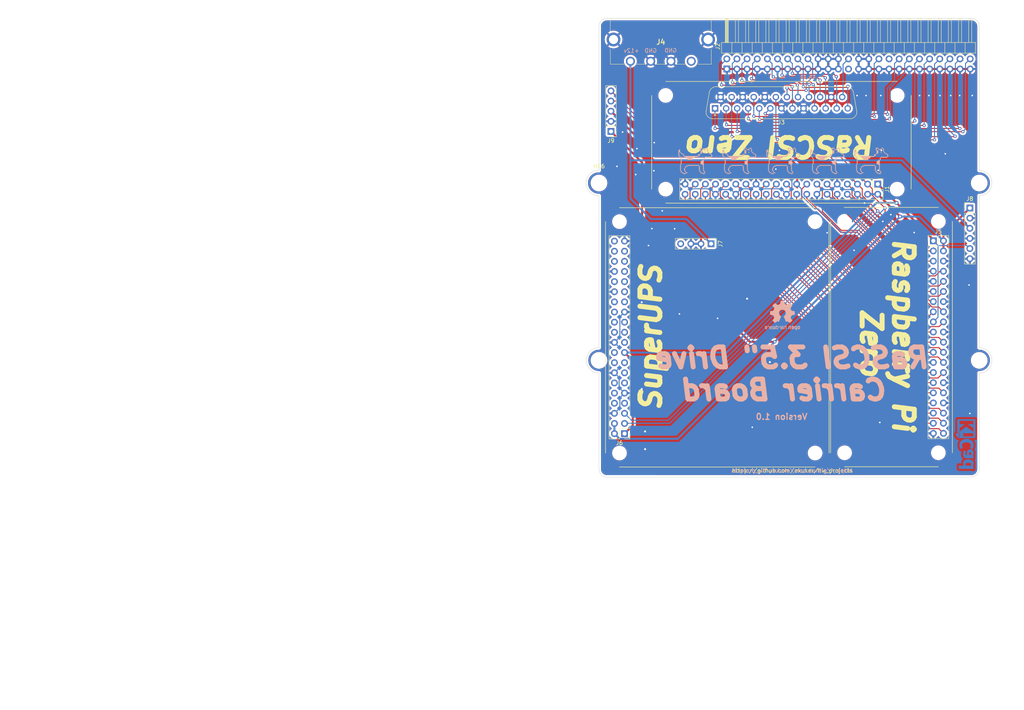
<source format=kicad_pcb>
(kicad_pcb (version 20211014) (generator pcbnew)
  (layers (0 "F.Cu" signal) (31 "B.Cu" signal) (34 "B.Paste" user) (35 "F.Paste" user) (36 "B.SilkS" user "B.Silkscreen") (37 "F.SilkS" user "F.Silkscreen") (38 "B.Mask" user) (39 "F.Mask" user) (44 "Edge.Cuts" user))
  (net 0 "")
  (net 1 "+3V3")
  (net 2 "+5V")
  (net 3 "GPIO02")
  (net 4 "GPIO03")
  (net 5 "GND")
  (net 6 "GPIO04")
  (net 7 "GPIO14")
  (net 8 "GPIO15")
  (net 9 "GPIO17")
  (net 10 "GPIO18")
  (net 11 "GPIO27")
  (net 12 "GPIO22")
  (net 13 "GPIO23")
  (net 14 "GPIO24")
  (net 15 "GPIO10")
  (net 16 "GPIO09")
  (net 17 "GPIO25")
  (net 18 "GPIO11")
  (net 19 "GPIO08")
  (net 20 "GPIO07")
  (net 21 "ID_SD")
  (net 22 "ID_SC")
  (net 23 "GPIO05")
  (net 24 "GPIO06")
  (net 25 "GPIO12")
  (net 26 "GPIO13")
  (net 27 "GPIO19")
  (net 28 "GPIO16")
  (net 29 "GPIO26")
  (net 30 "GPIO20")
  (net 31 "GPIO21")
  (net 32 "+12V")
  (net 33 "SCSI_D0")
  (net 34 "SCSI_D1")
  (net 35 "SCSI_D2")
  (net 36 "SCSI_D3")
  (net 37 "SCSI_D4")
  (net 38 "SCSI_D5")
  (net 39 "SCSI_D6")
  (net 40 "SCSI_D7")
  (net 41 "SCSI_DP")
  (net 42 "TPWR")
  (net 43 "SCSI_ATN")
  (net 44 "SCSI_BSY")
  (net 45 "SCSI_ACK")
  (net 46 "SCSI_RST")
  (net 47 "SCSI_MSG")
  (net 48 "SCSI_SEL")
  (net 49 "SCSI_CD")
  (net 50 "SCSI_REQ")
  (net 51 "SCSI_IO")
  (footprint "MountingHole:MountingHole_2.7mm_M2.5" (layer "F.Cu") (at 226.02 131.8 180)
    (fp_text reference "H6" hide)
    (fp_text value "MountingHole")
  )
  (footprint "MountingHole:MountingHole_2.7mm_M2.5" (layer "F.Cu") (at 169.635 131.865 -90)
    (fp_text reference "H12" hide)
    (fp_text value "MountingHole")
  )
  (footprint "Connector_PinHeader_2.54mm:PinHeader_2x20_P2.54mm_Vertical" (layer "F.Cu") (at 234.33 64.45 -90)
    (fp_text reference "J1")
    (fp_text value "Rascsi 40 Pin")
  )
  (footprint "MountingHole:MountingHole_3.2mm_M3" (layer "F.Cu") (at 164.5 108.63)
    (fp_text reference "H15" hide)
    (fp_text value "Drive Mounting Hole")
  )
  (footprint "MountingHole:MountingHole_2.7mm_M2.5" (layer "F.Cu") (at 249.52 131.8 180)
    (fp_text reference "H5" hide)
    (fp_text value "MountingHole")
  )
  (footprint "Connector_PinHeader_2.54mm:PinHeader_1x06_P2.54mm_Vertical" (layer "F.Cu") (at 257.4 70.45)
    (fp_text reference "J8")
    (fp_text value "Power Test Connectors")
  )
  (footprint "MountingHole:MountingHole_2.7mm_M2.5" (layer "F.Cu") (at 169.635 73.865 -90)
    (fp_text reference "H10" hide)
    (fp_text value "MountingHole")
  )
  (footprint "SamacSys_Parts:1748041" (layer "F.Cu") (at 172.37 33.65 180)
    (fp_text reference "J4")
    (fp_text value "External Power" hide)
  )
  (footprint "MountingHole:MountingHole_3.2mm_M3" (layer "F.Cu") (at 259.75 108.63)
    (fp_text reference "H13" hide)
    (fp_text value "Drive Mounting Hole")
  )
  (footprint "MountingHole:MountingHole_3.2mm_M3" (layer "F.Cu") (at 164.5 64.18)
    (fp_text reference "H16")
    (fp_text value "Drive Mounting Hole")
  )
  (footprint "Connector_PinHeader_2.54mm:PinHeader_2x20_P2.54mm_Vertical" (layer "F.Cu") (at 170.905 126.995 180)
    (fp_text reference "J6")
    (fp_text value "SuperUPS Pi Connector")
  )
  (footprint "Connector_PinHeader_2.54mm:PinHeader_1x05_P2.54mm_Vertical" (layer "F.Cu") (at 167.5 51.25 180)
    (fp_text reference "J9")
    (fp_text value "RaSCSI I2C Connector")
  )
  (footprint "MountingHole:MountingHole_2.7mm_M2.5" (layer "F.Cu") (at 181.2 65.72 180)
    (fp_text reference "H2" hide)
    (fp_text value "MountingHole")
  )
  (footprint "MountingHole:MountingHole_2.7mm_M2.5" (layer "F.Cu") (at 239.2 65.72 180)
    (fp_text reference "H1" hide)
    (fp_text value "MountingHole")
  )
  (footprint "MountingHole:MountingHole_2.7mm_M2.5" (layer "F.Cu") (at 249.52 73.8 180)
    (fp_text reference "H7" hide)
    (fp_text value "MountingHole")
  )
  (footprint "Connector_PinHeader_2.54mm:PinHeader_2x25_P2.54mm_Horizontal" (layer "F.Cu") (at 196.525 35.6 90)
    (fp_text reference "J2")
    (fp_text value "SCSI Connector")
  )
  (footprint "Connector_PinHeader_2.54mm:PinHeader_2x20_P2.54mm_Vertical" (layer "F.Cu") (at 248.25 78.67)
    (fp_text reference "J5")
    (fp_text value "Pi Connector")
  )
  (footprint "MountingHole:MountingHole_2.7mm_M2.5" (layer "F.Cu") (at 218.635 73.865 -90)
    (fp_text reference "H11" hide)
    (fp_text value "MountingHole")
  )
  (footprint "MountingHole:MountingHole_3.2mm_M3" (layer "F.Cu") (at 259.75 64.18)
    (fp_text reference "H14" hide)
    (fp_text value "Drive Mounting Hole")
  )
  (footprint "MountingHole:MountingHole_2.7mm_M2.5" (layer "F.Cu") (at 239.2 42.22 180)
    (fp_text reference "H3" hide)
    (fp_text value "MountingHole")
  )
  (footprint "MountingHole:MountingHole_2.7mm_M2.5" (layer "F.Cu") (at 226.02 73.8 180)
    (fp_text reference "H8" hide)
    (fp_text value "MountingHole")
  )
  (footprint "Connector_Dsub:DSUB-25_Female_Vertical_P2.77x2.84mm" (layer "F.Cu") (at 193.57368 45.4688 180)
    (fp_text reference "J3")
    (fp_text value "SCSI Connector")
  )
  (footprint "MountingHole:MountingHole_2.7mm_M2.5" (layer "F.Cu") (at 218.635 131.865 -90)
    (fp_text reference "H9" hide)
    (fp_text value "MountingHole")
  )
  (footprint "MountingHole:MountingHole_2.7mm_M2.5" (layer "F.Cu") (at 181.2 42.22 180)
    (fp_text reference "H4" hide)
    (fp_text value "MountingHole")
  )
  (footprint "Connector_PinHeader_2.54mm:PinHeader_1x04_P2.54mm_Vertical" (layer "F.Cu") (at 192.585 79.405 -90)
    (fp_text reference "J7")
    (fp_text value "SuperUPS Power")
  )
  (footprint "SamacSys_Parts:dogcow" (layer "B.Cu") (at 210.65 58.65 180)
    (fp_text reference "G***" hide)
    (fp_text value "LOGO" hide)
  )
  (footprint "SamacSys_Parts:dogcow" (layer "B.Cu") (at 221.675 58.65 180)
    (fp_text reference "G***" hide)
    (fp_text value "LOGO" hide)
  )
  (footprint "Symbol:OSHW-Logo2_9.8x8mm_SilkScreen" (layer "B.Cu") (at 210.45 97.4 180)
    (fp_text reference "REF**" hide)
    (fp_text value "OSHW-Logo2_9.8x8mm_SilkScreen" hide)
  )
  (footprint "SamacSys_Parts:dogcow" (layer "B.Cu") (at 232.7 58.65 180)
    (fp_text reference "G***" hide)
    (fp_text value "LOGO" hide)
  )
  (footprint "Symbol:KiCad-Logo_5mm_Copper" (layer "B.Cu") (at 256.85 129.65 -90)
    (fp_text reference "REF**" hide)
    (fp_text value "KiCad-Logo_5mm_Copper" hide)
  )
  (footprint "SamacSys_Parts:dogcow" (layer "B.Cu") (at 188.6 58.65 180)
    (fp_text reference "G***" hide)
    (fp_text value "LOGO" hide)
  )
  (footprint "SamacSys_Parts:dogcow" (layer "B.Cu") (at 199.625 58.65 180)
    (fp_text reference "G***" hide)
    (fp_text value "LOGO" hide)
  )
  (gr_line locked (start 222.135 73.865) (end 222.135 131.865) (layer "F.SilkS") (width 0.15))
  (gr_line (start 239.2 69.22) (end 181.2 69.22) (layer "F.SilkS") (width 0.15))
  (gr_line (start 225.87 70.3) (end 225.87 70.3) (layer "F.SilkS") (width 0.15))
  (gr_line (start 177.7 65.72) (end 177.7 42.22) (layer "F.SilkS") (width 0.15))
  (gr_line (start 222.52 73.8) (end 222.52 131.8) (layer "F.SilkS") (width 0.15))
  (gr_line locked (start 166.135 131.865) (end 166.135 73.865) (layer "F.SilkS") (width 0.15))
  (gr_line locked (start 169.635 70.365) (end 218.635 70.365) (layer "F.SilkS") (width 0.15))
  (gr_line (start 253.02 73.8) (end 253.02 131.8) (layer "F.SilkS") (width 0.15))
  (gr_line (start 242.7 42.22) (end 242.7 65.72) (layer "F.SilkS") (width 0.15))
  (gr_line (start 249.52 70.3) (end 226.02 70.3) (layer "F.SilkS") (width 0.15))
  (gr_line (start 226.02 135.3) (end 249.52 135.3) (layer "F.SilkS") (width 0.15))
  (gr_line (start 181.2 38.72) (end 239.2 38.72) (layer "F.SilkS") (width 0.15))
  (gr_line locked (start 218.635 135.365) (end 169.635 135.365) (layer "F.SilkS") (width 0.15))
  (gr_arc locked (start 164.5 111.81) (mid 161.32 108.63) (end 164.5 105.45) (layer "Edge.Cuts") (width 0.1))
  (gr_line locked (start 259.75 61) (end 259.75 24.9) (layer "Edge.Cuts") (width 0.1))
  (gr_line locked (start 164.5 111.81) (end 164.5 135.9) (layer "Edge.Cuts") (width 0.1))
  (gr_line locked (start 164.5 24.9) (end 164.5 61) (layer "Edge.Cuts") (width 0.1))
  (gr_arc locked (start 257.75 22.9) (mid 259.164214 23.485786) (end 259.75 24.9) (layer "Edge.Cuts") (width 0.1))
  (gr_arc locked (start 259.75 105.45) (mid 262.93 108.63) (end 259.75 111.81) (layer "Edge.Cuts") (width 0.1))
  (gr_line locked (start 166.5 137.9) (end 257.75 137.9) (layer "Edge.Cuts") (width 0.1))
  (gr_line locked (start 164.5 67.36) (end 164.5 105.45) (layer "Edge.Cuts") (width 0.1))
  (gr_line locked (start 259.75 135.9) (end 259.75 111.81) (layer "Edge.Cuts") (width 0.1))
  (gr_arc locked (start 166.5 137.9) (mid 165.085786 137.314214) (end 164.5 135.9) (layer "Edge.Cuts") (width 0.1))
  (gr_arc locked (start 259.75 135.9) (mid 259.164214 137.314214) (end 257.75 137.9) (layer "Edge.Cuts") (width 0.1))
  (gr_arc locked (start 164.5 67.36) (mid 161.241332 64.18) (end 164.5 61) (layer "Edge.Cuts") (width 0.1))
  (gr_line locked (start 259.75 105.45) (end 259.75 67.36) (layer "Edge.Cuts") (width 0.1))
  (gr_line locked (start 257.75 22.9) (end 166.5 22.9) (layer "Edge.Cuts") (width 0.1))
  (gr_arc locked (start 164.5 24.9) (mid 165.085786 23.485786) (end 166.5 22.9) (layer "Edge.Cuts") (width 0.1))
  (gr_arc locked (start 259.75 61) (mid 262.93 64.18) (end 259.75 67.36) (layer "Edge.Cuts") (width 0.1))
  (gr_text "BAD WOLF" (at 172.65 136.4) (layer "F.Cu") (effects (font (size 1.5 1.5) (thickness 0.3))))
  (gr_text "RaSCSI 3.5{dblquote} Drive \nCarrier Board" (at 211.05 112.05) (layer "B.SilkS") (effects (font (size 5 5) (thickness 1.25) italic) (justify mirror)))
  (gr_text "Version 1.0" (at 210.25 122.75) (layer "B.SilkS") (effects (font (size 1.5 1.5) (thickness 0.3)) (justify mirror)))
  (gr_text "GND\n" (at 177.45 31) (layer "B.SilkS") (effects (font (size 1 1)) (justify mirror)))
  (gr_text "+12v" (at 172.65 31) (layer "B.SilkS") (effects (font (size 1 1)) (justify mirror)))
  (gr_text "GND\n" (at 182.45 30.95) (layer "B.SilkS") (effects (font (size 1 1)) (justify mirror)))
  (gr_text "https://github.com/akuker/hw_projects" (at 212.8 136.25) (layer "B.SilkS") (effects (font (size 1 1)) (justify mirror)))
  (gr_text "SuperUPS" (at 177.5 102.8 90) (layer "F.SilkS") (effects (font (size 5 5) (thickness 1.25) italic)))
  (gr_text "Raspberry Pi \nZero" (at 236.7 104.35 270) (layer "F.SilkS") (effects (font (size 5 5) (thickness 1.25) italic)))
  (gr_text "RaSCSI Zero" (at 209.8 55.02 180) (layer "F.SilkS") (effects (font (size 5 5) (thickness 1.25) italic)))
  (gr_text "https://github.com/akuker/hw_projects" (at 212.95 136.25) (layer "F.SilkS") (effects (font (size 1 1))))
  (segment (start 234.33 64.45) (end 239.05 69.17) (width 0.5) (layer "F.Cu") (net 1))
  (segment (start 178.7 57.37) (end 178.7 57.55) (width 0.5) (layer "F.Cu") (net 1))
  (segment (start 172.95 108.72) (end 170.905 106.675) (width 0.5) (layer "F.Cu") (net 1))
  (segment (start 239.05 69.17) (end 248.25 78.37) (width 0.5) (layer "F.Cu") (net 1))
  (segment (start 214.15 59.9) (end 214.15 65.3) (width 0.5) (layer "F.Cu") (net 1))
  (segment (start 170.905 126.995) (end 172.95 124.95) (width 0.5) (layer "F.Cu") (net 1))
  (segment (start 211.6 57.55) (end 211.7 57.45) (width 0.5) (layer "F.Cu") (net 1))
  (segment (start 172.95 124.95) (end 172.95 108.72) (width 0.5) (layer "F.Cu") (net 1))
  (segment (start 178.7 57.55) (end 211.6 57.55) (width 0.5) (layer "F.Cu") (net 1))
  (segment (start 211.7 57.45) (end 214.15 59.9) (width 0.5) (layer "F.Cu") (net 1))
  (segment (start 248.25 78.37) (end 248.25 78.67) (width 0.5) (layer "F.Cu") (net 1))
  (segment (start 167.5 46.17) (end 178.7 57.37) (width 0.5) (layer "F.Cu") (net 1))
  (via (at 239.05 69.17) (size 1) (drill 0.5) (layers "F.Cu" "B.Cu") (net 1))
  (segment (start 225.428893 76.678893) (end 226.478893 76.678893) (width 0.25) (layer "B.Cu") (net 1))
  (segment (start 249.424511 79.844511) (end 256.634511 79.844511) (width 0.25) (layer "B.Cu") (net 1))
  (segment (start 248.25 78.67) (end 249.424511 79.844511) (width 0.25) (layer "B.Cu") (net 1))
  (segment (start 219.4 70.65) (end 225.428893 76.678893) (width 0.25) (layer "B.Cu") (net 1))
  (segment (start 249.424511 97.815489) (end 249.424511 79.844511) (width 0.25) (layer "B.Cu") (net 1))
  (segment (start 248.25 98.99) (end 249.424511 97.815489) (width 0.25) (layer "B.Cu") (net 1))
  (segment (start 196.482786 106.675) (end 226.478893 76.678893) (width 0.5) (layer "B.Cu") (net 1))
  (segment (start 218.54899 70.65) (end 219.4 70.65) (width 0.25) (layer "B.Cu") (net 1))
  (segment (start 226.478893 76.678893) (end 233.987787 69.17) (width 0.5) (layer "B.Cu") (net 1))
  (segment (start 170.905 106.675) (end 196.482786 106.675) (width 0.5) (layer "B.Cu") (net 1))
  (segment (start 233.987787 69.17) (end 239.05 69.17) (width 0.5) (layer "B.Cu") (net 1))
  (segment (start 256.634511 79.844511) (end 257.4 80.61) (width 0.25) (layer "B.Cu") (net 1))
  (segment (start 215.184511 65.624511) (end 215.184511 67.285521) (width 0.25) (layer "B.Cu") (net 1))
  (segment (start 215.184511 67.285521) (end 218.54899 70.65) (width 0.25) (layer "B.Cu") (net 1))
  (segment (start 214.01 64.45) (end 215.184511 65.624511) (width 0.25) (layer "B.Cu") (net 1))
  (segment (start 202.285 103.985) (end 208.535 103.985) (width 0.5) (layer "F.Cu") (net 2))
  (segment (start 250.79 77.06) (end 257.4 70.45) (width 0.5) (layer "F.Cu") (net 2))
  (segment (start 175.3 77) (end 202.285 103.985) (width 0.5) (layer "F.Cu") (net 2))
  (segment (start 234.33 66.99) (end 239.93 72.59) (width 0.5) (layer "F.Cu") (net 2))
  (segment (start 250.79 78.67) (end 250.79 81.21) (width 0.5) (layer "F.Cu") (net 2))
  (segment (start 167.5 51.25) (end 175.3 59.05) (width 0.5) (layer "F.Cu") (net 2))
  (segment (start 250.79 78.67) (end 250.79 77.06) (width 0.5) (layer "F.Cu") (net 2))
  (segment (start 175.3 59.05) (end 175.3 77) (width 0.5) (layer "F.Cu") (net 2))
  (via (at 208.535 103.985) (size 0.8) (drill 0.4) (layers "F.Cu" "B.Cu") (net 2))
  (via (at 239.93 72.59) (size 1) (drill 0.5) (layers "F.Cu" "B.Cu") (net 2))
  (segment (start 184.225489 128.294511) (end 208.535 103.985) (width 0.5) (layer "B.Cu") (net 2))
  (segment (start 168.365 126.995) (end 169.664511 128.294511) (width 0.5) (layer "B.Cu") (net 2))
  (segment (start 168.365 124.455) (end 168.365 126.995) (width 0.5) (layer "B.Cu") (net 2))
  (segment (start 244.71 72.59) (end 250.79 78.67) (width 0.5) (layer "B.Cu") (net 2))
  (segment (start 231.79 66.99) (end 234.33 66.99) (width 0.5) (layer "B.Cu") (net 2))
  (segment (start 169.664511 128.294511) (end 184.225489 128.294511) (width 0.5) (layer "B.Cu") (net 2))
  (segment (start 239.93 72.59) (end 244.71 72.59) (width 0.5) (layer "B.Cu") (net 2))
  (segment (start 208.535 103.985) (end 239.93 72.59) (width 0.5) (layer "B.Cu") (net 2))
  (segment (start 236.149495 72.349495) (end 236.149495 70.470505) (width 0.25) (layer "F.Cu") (net 3))
  (segment (start 221.364511 54.024511) (end 180.434511 54.024511) (width 0.25) (layer "F.Cu") (net 3))
  (segment (start 180.434511 54.024511) (end 167.5 41.09) (width 0.25) (layer "F.Cu") (net 3))
  (segment (start 245.01 81.21) (end 236.149495 72.349495) (width 0.25) (layer "F.Cu") (net 3))
  (segment (start 248.25 81.21) (end 245.01 81.21) (width 0.25) (layer "F.Cu") (net 3))
  (segment (start 231.79 64.45) (end 221.364511 54.024511) (width 0.25) (layer "F.Cu") (net 3))
  (segment (start 232.964511 65.624511) (end 231.79 64.45) (width 0.25) (layer "F.Cu") (net 3))
  (segment (start 236.149495 70.470505) (end 232.964511 67.285521) (width 0.25) (layer "F.Cu") (net 3))
  (segment (start 232.964511 67.285521) (end 232.964511 65.624511) (width 0.25) (layer "F.Cu") (net 3))
  (via (at 236.149495 70.470505) (size 0.8) (drill 0.4) (layers "F.Cu" "B.Cu") (net 3))
  (segment (start 182.215 124.405) (end 236.149495 70.470505) (width 0.25) (layer "B.Cu") (net 3))
  (segment (start 170.955 124.405) (end 182.215 124.405) (width 0.25) (layer "B.Cu") (net 3))
  (segment (start 170.905 124.455) (end 170.955 124.405) (width 0.25) (layer "B.Cu") (net 3))
  (segment (start 230.45 67.31101) (end 230.45 65.65) (width 0.25) (layer "F.Cu") (net 4))
  (segment (start 229.25 64.45) (end 219.274031 54.474031) (width 0.25) (layer "F.Cu") (net 4))
  (segment (start 219.274031 54.474031) (end 179.798645 54.474031) (width 0.25) (layer "F.Cu") (net 4))
  (segment (start 230.45 65.65) (end 229.25 64.45) (width 0.25) (layer "F.Cu") (net 4))
  (segment (start 248.25 83.75) (end 246.88899 83.75) (width 0.25) (layer "F.Cu") (net 4))
  (segment (start 246.88899 83.75) (end 234.329495 71.190505) (width 0.25) (layer "F.Cu") (net 4))
  (segment (start 168.954614 43.63) (end 167.5 43.63) (width 0.25) (layer "F.Cu") (net 4))
  (segment (start 234.329495 71.190505) (end 230.45 67.31101) (width 0.25) (layer "F.Cu") (net 4))
  (segment (start 179.798645 54.474031) (end 168.954614 43.63) (width 0.25) (layer "F.Cu") (net 4))
  (via (at 234.329495 71.190505) (size 0.8) (drill 0.4) (layers "F.Cu" "B.Cu") (net 4))
  (segment (start 172.64 123.65) (end 181.87 123.65) (width 0.25) (layer "B.Cu") (net 4))
  (segment (start 170.905 121.915) (end 172.64 123.65) (width 0.25) (layer "B.Cu") (net 4))
  (segment (start 181.87 123.65) (end 234.329495 71.190505) (width 0.25) (layer "B.Cu") (net 4))
  (segment (start 229.25 66.99) (end 231 68.74) (width 0.25) (layer "F.Cu") (net 5))
  (segment (start 231 68.74) (end 231 69.2) (width 0.25) (layer "F.Cu") (net 5))
  (via (at 176.05 126.45) (size 1) (drill 0.5) (layers "F.Cu" "B.Cu") (net 5))
  (via (at 258 42.25) (size 0.8) (drill 0.4) (layers "F.Cu" "B.Cu") (net 5))
  (via (at 174 55.55) (size 0.8) (drill 0.4) (layers "F.Cu" "B.Cu") (net 5))
  (via (at 202.9 125.4) (size 0.8) (drill 0.4) (layers "F.Cu" "B.Cu") (net 5))
  (via (at 254.85 42.25) (size 0.8) (drill 0.4) (layers "F.Cu" "B.Cu") (net 5))
  (via (at 247.15 42.25) (size 0.8) (drill 0.4) (layers "F.Cu" "B.Cu") (net 5))
  (via (at 194.2 98.1) (size 0.8) (drill 0.4) (layers "F.Cu" "B.Cu") (net 5))
  (via (at 229.15 42.25) (size 0.8) (drill 0.4) (layers "F.Cu" "B.Cu") (net 5))
  (via (at 178.25 61.1) (size 0.8) (drill 0.4) (layers "F.Cu" "B.Cu") (net 5))
  (via (at 175.2 115.82) (size 1) (drill 0.5) (layers "F.Cu" "B.Cu") (net 5))
  (via (at 242.1 80.25) (size 0.8) (drill 0.4) (layers "F.Cu" "B.Cu") (net 5))
  (via (at 173.7 62.05) (size 0.8) (drill 0.4) (layers "F.Cu" "B.Cu") (net 5))
  (via (at 169 60) (size 0.8) (drill 0.4) (layers "F.Cu" "B.Cu") (net 5))
  (via (at 209.7 56) (size 0.8) (drill 0.4) (layers "F.Cu" "B.Cu") (net 5))
  (via (at 234.85 124.2) (size 0.8) (drill 0.4) (layers "F.Cu" "B.Cu") (net 5))
  (via (at 228.4 81.05) (size 0.8) (drill 0.4) (layers "F.Cu" "B.Cu") (net 5))
  (via (at 252.6 42.25) (size 0.8) (drill 0.4) (layers "F.Cu" "B.Cu") (net 5))
  (via (at 180.35 71.15) (size 0.8) (drill 0.4) (layers "F.Cu" "B.Cu") (net 5))
  (via (at 178.35 54.05) (size 0.8) (drill 0.4) (layers "F.Cu" "B.Cu") (net 5))
  (via (at 243.45 76.6) (size 0.8) (drill 0.4) (layers "F.Cu" "B.Cu") (net 5))
  (via (at 221.65 76.65) (size 0.8) (drill 0.4) (layers "F.Cu" "B.Cu") (net 5))
  (via (at 201.6 93.17) (size 1) (drill 0.5) (layers "F.Cu" "B.Cu") (net 5))
  (via (at 176.05 130.9) (size 1) (drill 0.5) (layers "F.Cu" "B.Cu") (net 5))
  (via (at 234.45 61) (size 0.8) (drill 0.4) (layers "F.Cu" "B.Cu") (net 5))
  (via (at 177.75 75.6) (size 0.8) (drill 0.4) (layers "F.Cu" "B.Cu") (net 5))
  (via (at 257.2 89.75) (size 0.8) (drill 0.4) (layers "F.Cu" "B.Cu") (net 5))
  (via (at 257.4 121.95) (size 0.8) (drill 0.4) (layers "F.Cu" "B.Cu") (net 5))
  (via (at 235.25 56) (size 0.8) (drill 0.4) (layers "F.Cu" "B.Cu") (net 5))
  (via (at 235.1 42.25) (size 0.8) (drill 0.4) (layers "F.Cu" "B.Cu") (net 5))
  (via (at 249.9 42.25) (size 0.8) (drill 0.4) (layers "F.Cu" "B.Cu") (net 5))
  (via (at 183.45 75.65) (size 0.8) (drill 0.4) (layers "F.Cu" "B.Cu") (net 5))
  (via (at 237.6 72.1) (size 0.8) (drill 0.4) (layers "F.Cu" "B.Cu") (net 5))
  (via (at 207.3 109.07) (size 1) (drill 0.5) (layers "F.Cu" "B.Cu") (net 5))
  (via (at 175.2 94.07) (size 1) (drill 0.5) (layers "F.Cu" "B.Cu") (net 5))
  (via (at 251.25 56.85) (size 0.8) (drill 0.4) (layers "F.Cu" "B.Cu") (net 5))
  (via (at 235.6 73.8) (size 0.8) (drill 0.4) (layers "F.Cu" "B.Cu") (net 5))
  (via (at 242.1 93.95) (size 0.8) (drill 0.4) (layers "F.Cu" "B.Cu") (net 5))
  (via (at 170.4 51.4) (size 0.8) (drill 0.4) (layers "F.Cu" "B.Cu") (net 5))
  (via (at 208.8 60.7) (size 0.8) (drill 0.4) (layers "F.Cu" "B.Cu") (net 5))
  (via (at 244.8 42.25) (size 0.8) (drill 0.4) (layers "F.Cu" "B.Cu") (net 5))
  (via (at 231.4 42.25) (size 0.8) (drill 0.4) (layers "F.Cu" "B.Cu") (net 5))
  (via (at 184.65 97) (size 0.8) (drill 0.4) (layers "F.Cu" "B.Cu") (net 5))
  (via (at 231 69.2) (size 0.8) (drill 0.4) (layers "F.Cu" "B.Cu") (net 5))
  (via (at 176.9 79.85) (size 0.8) (drill 0.4) (layers "F.Cu" "B.Cu") (net 5))
  (segment (start 168.365 111.755) (end 169.539511 112.929511) (width 0.25) (layer "B.Cu") (net 5))
  (segment (start 211.47 66.99) (end 210.104511 65.624511) (width 0.25) (layer "B.Cu") (net 5))
  (segment (start 214.35 61.95) (end 223.65 61.95) (width 0.25) (layer "B.Cu") (net 5))
  (segment (start 169.730489 110.389511) (end 168.365 111.755) (width 0.25) (layer "B.Cu") (net 5))
  (segment (start 193.69 66.99) (end 192.324511 65.624511) (width 0.25) (layer "B.Cu") (net 5))
  (segment (start 197.595489 65.815489) (end 194.864511 65.815489) (width 0.25) (layer "B.Cu") (net 5))
  (segment (start 169.539511 112.929511) (end 169.539511 115.469511) (width 0.25) (layer "B.Cu") (net 5))
  (segment (start 223.65 61.95) (end 224.17 62.47) (width 0.25) (layer "B.Cu") (net 5))
  (segment (start 200.135489 65.624511) (end 198.77 66.99) (width 0.25) (layer "B.Cu") (net 5))
  (segment (start 194.864511 65.815489) (end 193.69 66.99) (width 0.25) (layer "B.Cu") (net 5))
  (segment (start 224.17 62.47) (end 224.17 64.45) (width 0.25) (layer "B.Cu") (net 5))
  (segment (start 169.539511 115.469511) (end 170.905 116.835) (width 0.25) (layer "B.Cu") (net 5))
  (segment (start 169.730489 102.769511) (end 168.365 104.135) (width 0.25) (layer "B.Cu") (net 5))
  (segment (start 222.804511 65.815489) (end 224.17 64.45) (width 0.25) (layer "B.Cu") (net 5))
  (segment (start 228.075489 65.815489) (end 225.535489 65.815489) (width 0.25) (layer "B.Cu") (net 5))
  (segment (start 202.675489 65.624511) (end 200.135489 65.624511) (width 0.25) (layer "B.Cu") (net 5))
  (segment (start 229.25 66.99) (end 228.075489 65.815489) (width 0.25) (layer "B.Cu") (net 5))
  (segment (start 169.730489 97.689511) (end 169.730489 102.769511) (width 0.25) (layer "B.Cu") (net 5))
  (segment (start 169.730489 120.549511) (end 168.365 121.915) (width 0.25) (layer "B.Cu") (net 5))
  (segment (start 198.77 66.99) (end 197.595489 65.815489) (width 0.25) (layer "B.Cu") (net 5))
  (segment (start 212.835489 63.464511) (end 214.35 61.95) (width 0.25) (layer "B.Cu") (net 5))
  (segment (start 170.905 116.835) (end 169.730489 118.009511) (width 0.25) (layer "B.Cu") (net 5))
  (segment (start 211.47 66.99) (end 212.835489 65.624511) (width 0.25) (layer "B.Cu") (net 5))
  (segment (start 205.024511 65.624511) (end 203.85 64.45) (width 0.25) (layer "B.Cu") (net 5))
  (segment (start 219.09 66.99) (end 220.264511 65.815489) (width 0.25) (layer "B.Cu") (net 5))
  (segment (start 225.535489 65.815489) (end 224.17 64.45) (width 0.25) (layer "B.Cu") (net 5))
  (segment (start 212.835489 65.624511) (end 212.835489 63.464511) (width 0.25) (layer "B.Cu") (net 5))
  (segment (start 203.85 64.45) (end 202.675489 65.624511) (width 0.25) (layer "B.Cu") (net 5))
  (segment (start 168.365 104.135) (end 169.730489 105.500489) (width 0.25) (layer "B.Cu") (net 5))
  (segment (start 169.730489 118.009511) (end 169.730489 120.549511) (width 0.25) (layer "B.Cu") (net 5))
  (segment (start 187.244511 65.624511) (end 186.07 64.45) (width 0.25) (layer "B.Cu") (net 5))
  (segment (start 210.104511 65.624511) (end 205.024511 65.624511) (width 0.25) (layer "B.Cu") (net 5))
  (segment (start 170.905 96.515) (end 169.730489 97.689511) (width 0.25) (layer "B.Cu") (net 5))
  (segment (start 192.324511 65.624511) (end 187.244511 65.624511) (width 0.25) (layer "B.Cu") (net 5))
  (segment (start 220.264511 65.815489) (end 222.804511 65.815489) (width 0.25) (layer "B.Cu") (net 5))
  (segment (start 246.88899 86.29) (end 227.884511 67.285521) (width 0.25) (layer "F.Cu") (net 6))
  (segment (start 248.25 86.29) (end 246.88899 86.29) (width 0.25) (layer "F.Cu") (net 6))
  (segment (start 227.884511 67.285521) (end 227.884511 65.624511) (width 0.25) (layer "F.Cu") (net 6))
  (segment (start 227.884511 65.624511) (end 226.71 64.45) (width 0.25) (layer "F.Cu") (net 6))
  (segment (start 250.79 86.29) (end 249.91101 86.29) (width 0.25) (layer "F.Cu") (net 7))
  (segment (start 249.91101 86.29) (end 248.736499 87.464511) (width 0.25) (layer "F.Cu") (net 7))
  (segment (start 247.184511 87.464511) (end 226.71 66.99) (width 0.25) (layer "F.Cu") (net 7))
  (segment (start 248.736499 87.464511) (end 247.184511 87.464511) (width 0.25) (layer "F.Cu") (net 7))
  (segment (start 250.79 88.83) (end 249.615489 90.004511) (width 0.25) (layer "F.Cu") (net 8))
  (segment (start 246.159219 90.004511) (end 224.17 68.015292) (width 0.25) (layer "F.Cu") (net 8))
  (segment (start 249.615489 90.004511) (end 246.159219 90.004511) (width 0.25) (layer "F.Cu") (net 8))
  (segment (start 224.17 68.015292) (end 224.17 66.99) (width 0.25) (layer "F.Cu") (net 8))
  (segment (start 248.25 91.37) (end 246.88899 91.37) (width 0.25) (layer "F.Cu") (net 9))
  (segment (start 246.88899 91.37) (end 222.995489 67.476499) (width 0.25) (layer "F.Cu") (net 9))
  (segment (start 222.995489 65.815489) (end 221.63 64.45) (width 0.25) (layer "F.Cu") (net 9))
  (segment (start 222.995489 67.476499) (end 222.995489 65.815489) (width 0.25) (layer "F.Cu") (net 9))
  (segment (start 221.648842 66.99) (end 221.63 66.99) (width 0.25) (layer "F.Cu") (net 10))
  (segment (start 250.79 91.37) (end 249.615489 92.544511) (width 0.25) (layer "F.Cu") (net 10))
  (segment (start 249.615489 92.544511) (end 247.203353 92.544511) (width 0.25) (layer "F.Cu") (net 10))
  (segment (start 247.203353 92.544511) (end 221.648842 66.99) (width 0.25) (layer "F.Cu") (net 10))
  (segment (start 225.20048 76.05048) (end 220.455489 71.305489) (width 0.25) (layer "F.Cu") (net 11))
  (segment (start 220.455489 71.305489) (end 220.455489 65.815489) (width 0.25) (layer "F.Cu") (net 11))
  (segment (start 220.455489 65.815489) (end 219.09 64.45) (width 0.25) (layer "F.Cu") (net 11))
  (segment (start 248.25 93.91) (end 247.54 93.91) (width 0.25) (layer "F.Cu") (net 11))
  (segment (start 247.54 93.91) (end 229.68048 76.05048) (width 0.25) (layer "F.Cu") (net 11))
  (segment (start 229.68048 76.05048) (end 225.20048 76.05048) (width 0.25) (layer "F.Cu") (net 11))
  (segment (start 215.3 73.25) (end 215.3 65.7) (width 0.25) (layer "F.Cu") (net 12))
  (segment (start 241.15 99.1) (end 215.3 73.25) (width 0.25) (layer "F.Cu") (net 12))
  (segment (start 215.3 65.7) (end 216.55 64.45) (width 0.25) (layer "F.Cu") (net 12))
  (segment (start 245.6 99.1) (end 241.15 99.1) (width 0.25) (layer "F.Cu") (net 12))
  (segment (start 248.25 96.45) (end 245.6 99.1) (width 0.25) (layer "F.Cu") (net 12))
  (segment (start 249.615489 95.275489) (end 247.954479 95.275489) (width 0.25) (layer "F.Cu") (net 13))
  (segment (start 247.954479 95.275489) (end 229.17899 76.5) (width 0.25) (layer "F.Cu") (net 13))
  (segment (start 216.55 68.05) (end 216.55 66.99) (width 0.25) (layer "F.Cu") (net 13))
  (segment (start 229.17899 76.5) (end 225 76.5) (width 0.25) (layer "F.Cu") (net 13))
  (segment (start 225 76.5) (end 216.55 68.05) (width 0.25) (layer "F.Cu") (net 13))
  (segment (start 250.79 96.45) (end 249.615489 95.275489) (width 0.25) (layer "F.Cu") (net 13))
  (segment (start 214.01 72.595717) (end 214.01 66.99) (width 0.25) (layer "F.Cu") (net 14))
  (segment (start 249.685489 100.164511) (end 247.635489 100.164511) (width 0.25) (layer "F.Cu") (net 14))
  (segment (start 247 100.8) (end 242.214283 100.8) (width 0.25) (layer "F.Cu") (net 14))
  (segment (start 242.214283 100.8) (end 214.01 72.595717) (width 0.25) (layer "F.Cu") (net 14))
  (segment (start 247.635489 100.164511) (end 247 100.8) (width 0.25) (layer "F.Cu") (net 14))
  (segment (start 250.79 98.99) (end 250.79 99.06) (width 0.25) (layer "F.Cu") (net 14))
  (segment (start 250.79 99.06) (end 249.685489 100.164511) (width 0.25) (layer "F.Cu") (net 14))
  (segment (start 212.644511 72.194511) (end 212.644511 65.624511) (width 0.25) (layer "F.Cu") (net 15))
  (segment (start 248.25 101.53) (end 241.98 101.53) (width 0.25) (layer "F.Cu") (net 15))
  (segment (start 212.644511 65.624511) (end 211.47 64.45) (width 0.25) (layer "F.Cu") (net 15))
  (segment (start 241.98 101.53) (end 212.644511 72.194511) (width 0.25) (layer "F.Cu") (net 15))
  (segment (start 242.621158 104.07) (end 207.755489 69.204331) (width 0.25) (layer "F.Cu") (net 16))
  (segment (start 248.25 104.07) (end 242.621158 104.07) (width 0.25) (layer "F.Cu") (net 16))
  (segment (start 207.755489 65.624511) (end 208.93 64.45) (width 0.25) (layer "F.Cu") (net 16))
  (segment (start 207.755489 69.204331) (end 207.755489 65.624511) (width 0.25) (layer "F.Cu") (net 16))
  (segment (start 210.16 70.41) (end 210.16 68.22) (width 0.25) (layer "F.Cu") (net 17))
  (segment (start 250.79 104.07) (end 249.615489 102.895489) (width 0.25) (layer "F.Cu") (net 17))
  (segment (start 242.645489 102.895489) (end 210.16 70.41) (width 0.25) (layer "F.Cu") (net 17))
  (segment (start 210.16 68.22) (end 208.93 66.99) (width 0.25) (layer "F.Cu") (net 17))
  (segment (start 249.615489 102.895489) (end 242.645489 102.895489) (width 0.25) (layer "F.Cu") (net 17))
  (segment (start 205.2 65.64) (end 205.2 69.155718) (width 0.25) (layer "F.Cu") (net 18))
  (segment (start 242.654282 106.61) (end 248.25 106.61) (width 0.25) (layer "F.Cu") (net 18))
  (segment (start 206.39 64.45) (end 205.2 65.64) (width 0.25) (layer "F.Cu") (net 18))
  (segment (start 205.2 69.155718) (end 242.654282 106.61) (width 0.25) (layer "F.Cu") (net 18))
  (segment (start 206.39 69.71) (end 206.39 66.99) (width 0.25) (layer "F.Cu") (net 19))
  (segment (start 249.615489 105.435489) (end 242.115489 105.435489) (width 0.25) (layer "F.Cu") (net 19))
  (segment (start 250.79 106.61) (end 249.615489 105.435489) (width 0.25) (layer "F.Cu") (net 19))
  (segment (start 242.115489 105.435489) (end 206.39 69.71) (width 0.25) (layer "F.Cu") (net 19))
  (segment (start 242.514511 107.784511) (end 203.85 69.12) (width 0.25) (layer "F.Cu") (net 20))
  (segment (start 249.424511 107.784511) (end 242.514511 107.784511) (width 0.25) (layer "F.Cu") (net 20))
  (segment (start 203.85 69.12) (end 203.85 66.99) (width 0.25) (layer "F.Cu") (net 20))
  (segment (start 250.79 109.15) (end 249.424511 107.784511) (width 0.25) (layer "F.Cu") (net 20))
  (segment (start 202.484511 69.354511) (end 244.82 111.69) (width 0.25) (layer "F.Cu") (net 21))
  (segment (start 244.82 111.69) (end 248.25 111.69) (width 0.25) (layer "F.Cu") (net 21))
  (segment (start 201.31 64.45) (end 202.484511 65.624511) (width 0.25) (layer "F.Cu") (net 21))
  (segment (start 202.484511 65.624511) (end 202.484511 69.354511) (width 0.25) (layer "F.Cu") (net 21))
  (segment (start 201.31 69.38) (end 201.31 66.99) (width 0.25) (layer "F.Cu") (net 22))
  (segment (start 249.424511 113.055489) (end 244.985489 113.055489) (width 0.25) (layer "F.Cu") (net 22))
  (segment (start 244.985489 113.055489) (end 201.31 69.38) (width 0.25) (layer "F.Cu") (net 22))
  (segment (start 250.79 111.69) (end 249.424511 113.055489) (width 0.25) (layer "F.Cu") (net 22))
  (segment (start 244.96 114.23) (end 248.25 114.23) (width 0.25) (layer "F.Cu") (net 23))
  (segment (start 198.77 64.45) (end 199.944511 65.624511) (width 0.25) (layer "F.Cu") (net 23))
  (segment (start 199.944511 69.214511) (end 244.96 114.23) (width 0.25) (layer "F.Cu") (net 23))
  (segment (start 199.944511 65.624511) (end 199.944511 69.214511) (width 0.25) (layer "F.Cu") (net 23))
  (segment (start 194.864511 65.815489) (end 194.864511 67.434511) (width 0.25) (layer "F.Cu") (net 24))
  (segment (start 194.864511 67.434511) (end 244.2 116.77) (width 0.25) (layer "F.Cu") (net 24))
  (segment (start 244.2 116.77) (end 248.25 116.77) (width 0.25) (layer "F.Cu") (net 24))
  (segment (start 196.23 64.45) (end 194.864511 65.815489) (width 0.25) (layer "F.Cu") (net 24))
  (segment (start 244.5 115.27) (end 244.5 115.26) (width 0.25) (layer "F.Cu") (net 25))
  (segment (start 249.615489 115.595489) (end 244.825489 115.595489) (width 0.25) (layer "F.Cu") (net 25))
  (segment (start 250.79 116.77) (end 249.615489 115.595489) (width 0.25) (layer "F.Cu") (net 25))
  (segment (start 244.825489 115.595489) (end 244.5 115.27) (width 0.25) (layer "F.Cu") (net 25))
  (segment (start 244.5 115.26) (end 196.23 66.99) (width 0.25) (layer "F.Cu") (net 25))
  (segment (start 192.85 68.62) (end 192.324511 68.094511) (width 0.25) (layer "F.Cu") (net 26))
  (segment (start 192.324511 65.815489) (end 193.69 64.45) (width 0.25) (layer "F.Cu") (net 26))
  (segment (start 248.25 119.31) (end 245.79 119.31) (width 0.25) (layer "F.Cu") (net 26))
  (segment (start 195.1 68.62) (end 192.85 68.62) (width 0.25) (layer "F.Cu") (net 26))
  (segment (start 192.324511 68.094511) (end 192.324511 65.815489) (width 0.25) (layer "F.Cu") (net 26))
  (segment (start 245.79 119.31) (end 195.1 68.62) (width 0.25) (layer "F.Cu") (net 26))
  (segment (start 189.975489 68.595489) (end 189.975489 65.624511) (width 0.25) (layer "F.Cu") (net 27))
  (segment (start 248.25 121.85) (end 243.23 121.85) (width 0.25) (layer "F.Cu") (net 27))
  (segment (start 189.975489 65.624511) (end 191.15 64.45) (width 0.25) (layer "F.Cu") (net 27))
  (segment (start 243.23 121.85) (end 189.975489 68.595489) (width 0.25) (layer "F.Cu") (net 27))
  (segment (start 243.633408 120.675489) (end 249.615489 120.675489) (width 0.25) (layer "F.Cu") (net 28))
  (segment (start 191.15 66.99) (end 191.15 68.192081) (width 0.25) (layer "F.Cu") (net 28))
  (segment (start 249.615489 120.675489) (end 250.79 121.85) (width 0.25) (layer "F.Cu") (net 28))
  (segment (start 191.15 68.192081) (end 243.633408 120.675489) (width 0.25) (layer "F.Cu") (net 28))
  (segment (start 243.19 124.39) (end 187.3 68.5) (width 0.25) (layer "F.Cu") (net 29))
  (segment (start 187.3 68.5) (end 187.3 65.76) (width 0.25) (layer "F.Cu") (net 29))
  (segment (start 187.3 65.76) (end 188.61 64.45) (width 0.25) (layer "F.Cu") (net 29))
  (segment (start 248.25 124.39) (end 243.19 124.39) (width 0.25) (layer "F.Cu") (net 29))
  (segment (start 249.52 123.12) (end 250.79 124.39) (width 0.25) (layer "F.Cu") (net 30))
  (segment (start 188.61 66.99) (end 188.61 68.78) (width 0.25) (layer "F.Cu") (net 30))
  (segment (start 242.95 123.12) (end 249.52 123.12) (width 0.25) (layer "F.Cu") (net 30))
  (segment (start 188.61 68.78) (end 242.95 123.12) (width 0.25) (layer "F.Cu") (net 30))
  (segment (start 186.07 66.99) (end 186.07 68.17) (width 0.25) (layer "F.Cu") (net 31))
  (segment (start 186.07 68.17) (end 243.655489 125.755489) (width 0.25) (layer "F.Cu") (net 31))
  (segment (start 249.615489 125.755489) (end 250.79 126.93) (width 0.25) (layer "F.Cu") (net 31))
  (segment (start 243.655489 125.755489) (end 249.615489 125.755489) (width 0.25) (layer "F.Cu") (net 31))
  (segment (start 172.37 58.48) (end 172.37 33.65) (width 0.5) (layer "B.Cu") (net 32))
  (segment (start 186.38 73.2) (end 177.5 73.2) (width 0.5) (layer "B.Cu") (net 32))
  (segment (start 172.37 68.07) (end 172.37 58.48) (width 0.5) (layer "B.Cu") (net 32))
  (segment (start 240.35 58.48) (end 172.37 58.48) (width 0.5) (layer "B.Cu") (net 32))
  (segment (start 177.5 73.2) (end 172.37 68.07) (width 0.5) (layer "B.Cu") (net 32))
  (segment (start 257.4 75.53) (end 240.35 58.48) (width 0.5) (layer "B.Cu") (net 32))
  (segment (start 192.585 79.405) (end 186.38 73.2) (width 0.5) (layer "B.Cu") (net 32))
  (segment (start 195.3 39.65) (end 195.2 39.55) (width 0.25) (layer "F.Cu") (net 33))
  (segment (start 212.9 40.05) (end 212.5 39.65) (width 0.25) (layer "F.Cu") (net 33))
  (segment (start 212.5 39.65) (end 195.3 39.65) (width 0.25) (layer "F.Cu") (net 33))
  (via (at 212.9 40.05) (size 0.8) (drill 0.4) (layers "F.Cu" "B.Cu") (net 33))
  (via (at 195.2 39.55) (size 0.8) (drill 0.4) (layers "F.Cu" "B.Cu") (net 33))
  (segment (start 212.9 40.05) (end 212.96368 40.11368) (width 0.25) (layer "B.Cu") (net 33))
  (segment (start 195.2 39.55) (end 195.2 34.385) (width 0.25) (layer "B.Cu") (net 33))
  (segment (start 212.96368 40.11368) (end 212.96368 45.4688) (width 0.25) (layer "B.Cu") (net 33))
  (segment (start 195.2 34.385) (end 196.525 33.06) (width 0.25) (layer "B.Cu") (net 33))
  (segment (start 198.22498 39.20048) (end 213.75048 39.20048) (width 0.25) (layer "F.Cu") (net 34))
  (segment (start 213.75048 39.20048) (end 214.2 39.65) (width 0.25) (layer "F.Cu") (net 34))
  (segment (start 197.95 38.9255) (end 198.22498 39.20048) (width 0.25) (layer "F.Cu") (net 34))
  (via (at 214.2 39.65) (size 0.8) (drill 0.4) (layers "F.Cu" "B.Cu") (net 34))
  (via (at 197.95 38.9255) (size 0.8) (drill 0.4) (layers "F.Cu" "B.Cu") (net 34))
  (segment (start 214.34868 39.79868) (end 214.34868 42.6288) (width 0.25) (layer "B.Cu") (net 34))
  (segment (start 199.065 33.06) (end 197.890489 34.234511) (width 0.25) (layer "B.Cu") (net 34))
  (segment (start 197.890489 34.234511) (end 197.890489 38.865989) (width 0.25) (layer "B.Cu") (net 34))
  (segment (start 197.890489 38.865989) (end 197.95 38.9255) (width 0.25) (layer "B.Cu") (net 34))
  (segment (start 214.2 39.65) (end 214.34868 39.79868) (width 0.25) (layer "B.Cu") (net 34))
  (segment (start 217.15 39.5) (end 216.95 39.3) (width 0.25) (layer "F.Cu") (net 35))
  (segment (start 214.874614 39.3) (end 214.325574 38.75096) (width 0.25) (layer "F.Cu") (net 35))
  (segment (start 200.57498 38.75096) (end 200.3 38.47598) (width 0.25) (layer "F.Cu") (net 35))
  (segment (start 214.325574 38.75096) (end 200.57498 38.75096) (width 0.25) (layer "F.Cu") (net 35))
  (segment (start 216.95 39.3) (end 214.874614 39.3) (width 0.25) (layer "F.Cu") (net 35))
  (via (at 200.3 38.47598) (size 0.8) (drill 0.4) (layers "F.Cu" "B.Cu") (net 35))
  (via (at 217.15 39.5) (size 0.8) (drill 0.4) (layers "F.Cu" "B.Cu") (net 35))
  (segment (start 217.15 39.5) (end 217.11868 39.53132) (width 0.25) (layer "B.Cu") (net 35))
  (segment (start 201.605 33.06) (end 200.3 34.365) (width 0.25) (layer "B.Cu") (net 35))
  (segment (start 217.11868 39.53132) (end 217.11868 42.6288) (width 0.25) (layer "B.Cu") (net 35))
  (segment (start 200.3 34.365) (end 200.3 38.47598) (width 0.25) (layer "B.Cu") (net 35))
  (segment (start 202.97498 38.30144) (end 214.65144 38.30144) (width 0.25) (layer "F.Cu") (net 36))
  (segment (start 214.65144 38.30144) (end 215.1 38.75) (width 0.25) (layer "F.Cu") (net 36))
  (segment (start 218.15 39.475386) (end 218.15 39.5) (width 0.25) (layer "F.Cu") (net 36))
  (segment (start 217.424614 38.75) (end 218.15 39.475386) (width 0.25) (layer "F.Cu") (net 36))
  (segment (start 202.7 38.02646) (end 202.97498 38.30144) (width 0.25) (layer "F.Cu") (net 36))
  (segment (start 215.1 38.75) (end 217.424614 38.75) (width 0.25) (layer "F.Cu") (net 36))
  (via (at 218.15 39.5) (size 0.8) (drill 0.4) (layers "F.Cu" "B.Cu") (net 36))
  (via (at 202.7 38.02646) (size 0.8) (drill 0.4) (layers "F.Cu" "B.Cu") (net 36))
  (segment (start 204.145 33.06) (end 202.970489 34.234511) (width 0.25) (layer "B.Cu") (net 36))
  (segment (start 202.970489 34.234511) (end 202.970489 37.755971) (width 0.25) (layer "B.Cu") (net 36))
  (segment (start 218.15 39.5) (end 218.50368 39.85368) (width 0.25) (layer "B.Cu") (net 36))
  (segment (start 218.50368 39.85368) (end 218.50368 45.4688) (width 0.25) (layer "B.Cu") (net 36))
  (segment (start 202.970489 37.755971) (end 202.7 38.02646) (width 0.25) (layer "B.Cu") (net 36))
  (segment (start 208.2 37.57694) (end 208.47498 37.85192) (width 0.25) (layer "F.Cu") (net 37))
  (segment (start 208.47498 37.85192) (end 219.35192 37.85192) (width 0.25) (layer "F.Cu") (net 37))
  (segment (start 219.35192 37.85192) (end 219.9 38.4) (width 0.25) (layer "F.Cu") (net 37))
  (via (at 208.2 37.57694) (size 0.8) (drill 0.4) (layers "F.Cu" "B.Cu") (net 37))
  (via (at 219.9 38.4) (size 0.8) (drill 0.4) (layers "F.Cu" "B.Cu") (net 37))
  (segment (start 207.859511 34.234511) (end 207.859511 37.236451) (width 0.25) (layer "B.Cu") (net 37))
  (segment (start 206.685 33.06) (end 207.859511 34.234511) (width 0.25) (layer "B.Cu") (net 37))
  (segment (start 219.88868 38.41132) (end 219.88868 42.6288) (width 0.25) (layer "B.Cu") (net 37))
  (segment (start 207.859511 37.236451) (end 208.2 37.57694) (width 0.25) (layer "B.Cu") (net 37))
  (segment (start 219.9 38.4) (end 219.88868 38.41132) (width 0.25) (layer "B.Cu") (net 37))
  (segment (start 210.62498 37.4024) (end 220.8024 37.4024) (width 0.25) (layer "F.Cu") (net 38))
  (segment (start 210.35 37.12742) (end 210.62498 37.4024) (width 0.25) (layer "F.Cu") (net 38))
  (segment (start 220.8024 37.4024) (end 221.2 37.8) (width 0.25) (layer "F.Cu") (net 38))
  (via (at 210.35 37.12742) (size 0.8) (drill 0.4) (layers "F.Cu" "B.Cu") (net 38))
  (via (at 221.2 37.8) (size 0.8) (drill 0.4) (layers "F.Cu" "B.Cu") (net 38))
  (segment (start 221.2 37.8) (end 221.27368 37.87368) (width 0.25) (layer "B.Cu") (net 38))
  (segment (start 221.27368 37.87368) (end 221.27368 45.4688) (width 0.25) (layer "B.Cu") (net 38))
  (segment (start 209.225 33.06) (end 210.399511 34.234511) (width 0.25) (layer "B.Cu") (net 38))
  (segment (start 210.399511 34.234511) (end 210.399511 37.077909) (width 0.25) (layer "B.Cu") (net 38))
  (segment (start 210.399511 37.077909) (end 210.35 37.12742) (width 0.25) (layer "B.Cu") (net 38))
  (segment (start 212.95 36.6779) (end 213.22498 36.95288) (width 0.25) (layer "F.Cu") (net 39))
  (segment (start 213.22498 36.95288) (end 223.40288 36.95288) (width 0.25) (layer "F.Cu") (net 39))
  (segment (start 223.40288 36.95288) (end 223.95 37.5) (width 0.25) (layer "F.Cu") (net 39))
  (via (at 223.95 37.5) (size 0.8) (drill 0.4) (layers "F.Cu" "B.Cu") (net 39))
  (via (at 212.95 36.6779) (size 0.8) (drill 0.4) (layers "F.Cu" "B.Cu") (net 39))
  (segment (start 211.765 33.06) (end 212.939511 34.234511) (width 0.25) (layer "B.Cu") (net 39))
  (segment (start 212.939511 36.667411) (end 212.95 36.6779) (width 0.25) (layer "B.Cu") (net 39))
  (segment (start 212.939511 34.234511) (end 212.939511 36.667411) (width 0.25) (layer "B.Cu") (net 39))
  (segment (start 223.95 37.5) (end 224.04368 37.59368) (width 0.25) (layer "B.Cu") (net 39))
  (segment (start 224.04368 37.59368) (end 224.04368 45.4688) (width 0.25) (layer "B.Cu") (net 39))
  (segment (start 215.7 40.0245) (end 215.900011 40.224511) (width 0.25) (layer "F.Cu") (net 40))
  (segment (start 215.900011 40.224511) (end 226.575489 40.224511) (width 0.25) (layer "F.Cu") (net 40))
  (segment (start 226.575489 40.224511) (end 226.85 39.95) (width 0.25) (layer "F.Cu") (net 40))
  (via (at 215.7 40.0245) (size 0.8) (drill 0.4) (layers "F.Cu" "B.Cu") (net 40))
  (via (at 226.85 39.95) (size 0.8) (drill 0.4) (layers "F.Cu" "B.Cu") (net 40))
  (segment (start 226.81368 39.98632) (end 226.81368 45.4688) (width 0.25) (layer "B.Cu") (net 40))
  (segment (start 226.85 39.95) (end 226.81368 39.98632) (width 0.25) (layer "B.Cu") (net 40))
  (segment (start 215.670489 34.425489) (end 215.670489 39.994989) (width 0.25) (layer "B.Cu") (net 40))
  (segment (start 214.305 33.06) (end 215.670489 34.425489) (width 0.25) (layer "B.Cu") (net 40))
  (segment (start 215.670489 39.994989) (end 215.7 40.0245) (width 0.25) (layer "B.Cu") (net 40))
  (segment (start 211.8745 40.3745) (end 211.6 40.3745) (width 0.25) (layer "F.Cu") (net 41))
  (segment (start 212.449011 40.949011) (end 212.05 40.55) (width 0.25) (layer "F.Cu") (net 41))
  (segment (start 216.39418 40.949011) (end 212.449011 40.949011) (width 0.25) (layer "F.Cu") (net 41))
  (segment (start 212.05 40.55) (end 211.8745 40.3745) (width 0.25) (layer "F.Cu") (net 41))
  (via (at 216.39418 40.949011) (size 0.8) (drill 0.4) (layers "F.Cu" "B.Cu") (net 41))
  (via (at 211.6 40.3745) (size 0.8) (drill 0.4) (layers "F.Cu" "B.Cu") (net 41))
  (segment (start 216.39418 40.949011) (end 216.424511 40.91868) (width 0.25) (layer "B.Cu") (net 41))
  (segment (start 218.019511 37.580489) (end 218.019511 34.234511) (width 0.25) (layer "B.Cu") (net 41))
  (segment (start 211.6 40.3745) (end 211.6 42.60748) (width 0.25) (layer "B.Cu") (net 41))
  (segment (start 211.6 42.60748) (end 211.57868 42.6288) (width 0.25) (layer "B.Cu") (net 41))
  (segment (start 218.019511 34.234511) (end 216.845 33.06) (width 0.25) (layer "B.Cu") (net 41))
  (segment (start 216.424511 39.175489) (end 218.019511 37.580489) (width 0.25) (layer "B.Cu") (net 41))
  (segment (start 216.424511 40.91868) (end 216.424511 39.175489) (width 0.25) (layer "B.Cu") (net 41))
  (segment (start 225.639511 34.425489) (end 227.005 33.06) (width 0.25) (layer "B.Cu") (net 42))
  (segment (start 225.42868 42.6288) (end 225.639511 42.417969) (width 0.25) (layer "B.Cu") (net 42))
  (segment (start 225.639511 42.417969) (end 225.639511 34.425489) (width 0.25) (layer "B.Cu") (net 42))
  (segment (start 203.4 47.5) (end 203.3 47.4) (width 0.25) (layer "F.Cu") (net 43))
  (segment (start 233.5 47.5) (end 203.4 47.5) (width 0.25) (layer "F.Cu") (net 43))
  (via (at 233.5 47.5) (size 0.8) (drill 0.4) (layers "F.Cu" "B.Cu") (net 43))
  (via (at 203.3 47.4) (size 0.8) (drill 0.4) (layers "F.Cu" "B.Cu") (net 43))
  (segment (start 233.450489 47.450489) (end 233.5 47.5) (width 0.25) (layer "B.Cu") (net 43))
  (segment (start 203.26868 47.36868) (end 203.26868 42.6288) (width 0.25) (layer "B.Cu") (net 43))
  (segment (start 233.450489 34.234511) (end 233.450489 47.450489) (width 0.25) (layer "B.Cu") (net 43))
  (segment (start 234.625 33.06) (end 233.450489 34.234511) (width 0.25) (layer "B.Cu") (net 43))
  (segment (start 203.3 47.4) (end 203.26868 47.36868) (width 0.25) (layer "B.Cu") (net 43))
  (segment (start 206.4245 47.05) (end 206.15 46.7755) (width 0.25) (layer "F.Cu") (net 44))
  (segment (start 232.9 47.05) (end 206.4245 47.05) (width 0.25) (layer "F.Cu") (net 44))
  (segment (start 233.174511 46.775489) (end 232.9 47.05) (width 0.25) (layer "F.Cu") (net 44))
  (segment (start 236.575489 46.775489) (end 233.174511 46.775489) (width 0.25) (layer "F.Cu") (net 44))
  (segment (start 236.75 46.95) (end 236.575489 46.775489) (width 0.25) (layer "F.Cu") (net 44))
  (via (at 236.75 46.95) (size 0.8) (drill 0.4) (layers "F.Cu" "B.Cu") (net 44))
  (via (at 206.15 46.7755) (size 0.8) (drill 0.4) (layers "F.Cu" "B.Cu") (net 44))
  (segment (start 206.15 46.74248) (end 207.42368 45.4688) (width 0.25) (layer "B.Cu") (net 44))
  (segment (start 236.75 40.35) (end 236.75 46.95) (width 0.25) (layer "B.Cu") (net 44))
  (segment (start 238.530489 34.234511) (end 238.530489 38.569511) (width 0.25) (layer "B.Cu") (net 44))
  (segment (start 236.75 40.35) (end 238.530489 38.569511) (width 0.25) (layer "B.Cu") (net 44))
  (segment (start 206.15 46.7755) (end 206.15 46.74248) (width 0.25) (layer "B.Cu") (net 44))
  (segment (start 239.705 33.06) (end 238.530489 34.234511) (width 0.25) (layer "B.Cu") (net 44))
  (segment (start 237.125489 48.224511) (end 204.750011 48.224511) (width 0.25) (layer "F.Cu") (net 45))
  (segment (start 204.750011 48.224511) (end 204.75 48.2245) (width 0.25) (layer "F.Cu") (net 45))
  (segment (start 237.25 48.1) (end 237.125489 48.224511) (width 0.25) (layer "F.Cu") (net 45))
  (via (at 204.75 48.2245) (size 0.8) (drill 0.4) (layers "F.Cu" "B.Cu") (net 45))
  (via (at 237.25 48.1) (size 0.8) (drill 0.4) (layers "F.Cu" "B.Cu") (net 45))
  (segment (start 241.070489 36.729511) (end 237.25 40.55) (width 0.25) (layer "B.Cu") (net 45))
  (segment (start 204.65368 48.12818) (end 204.65368 45.4688) (width 0.25) (layer "B.Cu") (net 45))
  (segment (start 237.25 40.55) (end 237.474511 40.774511) (width 0.25) (layer "B.Cu") (net 45))
  (segment (start 237.474511 40.774511) (end 237.474511 47.875489) (width 0.25) (layer "B.Cu") (net 45))
  (segment (start 237.474511 47.875489) (end 237.25 48.1) (width 0.25) (layer "B.Cu") (net 45))
  (segment (start 241.070489 34.234511) (end 241.070489 36.729511) (width 0.25) (layer "B.Cu") (net 45))
  (segment (start 242.245 33.06) (end 241.070489 34.234511) (width 0.25) (layer "B.Cu") (net 45))
  (segment (start 204.75 48.2245) (end 204.65368 48.12818) (width 0.25) (layer "B.Cu") (net 45))
  (segment (start 243.6 48.6) (end 243.250989 48.949011) (width 0.25) (layer "F.Cu") (net 46))
  (segment (start 202.849011 48.949011) (end 201.95 48.05) (width 0.25) (layer "F.Cu") (net 46))
  (segment (start 243.250989 48.949011) (end 202.849011 48.949011) (width 0.25) (layer "F.Cu") (net 46))
  (via (at 201.95 48.05) (size 0.8) (drill 0.4) (layers "F.Cu" "B.Cu") (net 46))
  (via (at 243.6 48.6) (size 0.8) (drill 0.4) (layers "F.Cu" "B.Cu") (net 46))
  (segment (start 244.785 33.06) (end 243.6 34.245) (width 0.25) (layer "B.Cu") (net 46))
  (segment (start 201.88368 47.98368) (end 201.88368 45.4688) (width 0.25) (layer "B.Cu") (net 46))
  (segment (start 243.6 34.245) (end 243.6 48.6) (width 0.25) (layer "B.Cu") (net 46))
  (segment (start 201.95 48.05) (end 201.88368 47.98368) (width 0.25) (layer "B.Cu") (net 46))
  (segment (start 245.95 49.75) (end 196.65 49.75) (width 0.25) (layer "F.Cu") (net 47))
  (segment (start 196.65 49.75) (end 196.45 49.55) (width 0.25) (layer "F.Cu") (net 47))
  (via (at 196.45 49.55) (size 0.8) (drill 0.4) (layers "F.Cu" "B.Cu") (net 47))
  (via (at 245.95 49.75) (size 0.8) (drill 0.4) (layers "F.Cu" "B.Cu") (net 47))
  (segment (start 245.959511 49.740489) (end 245.95 49.75) (width 0.25) (layer "B.Cu") (net 47))
  (segment (start 247.325 33.06) (end 245.959511 34.425489) (width 0.25) (layer "B.Cu") (net 47))
  (segment (start 196.34368 49.44368) (end 196.34368 45.4688) (width 0.25) (layer "B.Cu") (net 47))
  (segment (start 245.959511 34.425489) (end 245.959511 49.740489) (width 0.25) (layer "B.Cu") (net 47))
  (segment (start 196.45 49.55) (end 196.34368 49.44368) (width 0.25) (layer "B.Cu") (net 47))
  (segment (start 248.55 53.35) (end 209.25 53.35) (width 0.25) (layer "F.Cu") (net 48))
  (segment (start 209.25 53.35) (end 209.2 53.3) (width 0.25) (layer "F.Cu") (net 48))
  (via (at 248.55 53.35) (size 0.8) (drill 0.4) (layers "F.Cu" "B.Cu") (net 48))
  (via (at 209.2 53.3) (size 0.8) (drill 0.4) (layers "F.Cu" "B.Cu") (net 48))
  (segment (start 249.865 33.06) (end 248.55 34.375) (width 0.25) (layer "B.Cu") (net 48))
  (segment (start 248.55 34.375) (end 248.55 53.35) (width 0.25) (layer "B.Cu") (net 48))
  (segment (start 208.80868 52.90868) (end 208.80868 42.6288) (width 0.25) (layer "B.Cu") (net 48))
  (segment (start 209.2 53.3) (end 208.80868 52.90868) (width 0.25) (layer "B.Cu") (net 48))
  (segment (start 253.6 52.55) (end 253.7 52.45) (width 0.25) (layer "F.Cu") (net 49))
  (segment (start 197.8 52.55) (end 253.6 52.55) (width 0.25) (layer "F.Cu") (net 49))
  (via (at 197.8 52.55) (size 0.8) (drill 0.4) (layers "F.Cu" "B.Cu") (net 49))
  (via (at 253.7 52.45) (size 0.8) (drill 0.4) (layers "F.Cu" "B.Cu") (net 49))
  (segment (start 197.72868 42.6288) (end 197.72868 52.47868) (width 0.25) (layer "B.Cu") (net 49))
  (segment (start 253.7 52.45) (end 251.230489 49.980489) (width 0.25) (layer "B.Cu") (net 49))
  (segment (start 251.230489 49.980489) (end 251.230489 34.234511) (width 0.25) (layer "B.Cu") (net 49))
  (segment (start 251.230489 34.234511) (end 252.405 33.06) (width 0.25) (layer "B.Cu") (net 49))
  (segment (start 197.72868 52.47868) (end 197.8 52.55) (width 0.25) (layer "B.Cu") (net 49))
  (segment (start 193.6 50.5) (end 254.9 50.5) (width 0.25) (layer "F.Cu") (net 50))
  (via (at 254.9 50.5) (size 0.8) (drill 0.4) (layers "F.Cu" "B.Cu") (net 50))
  (via (at 193.6 50.5) (size 0.8) (drill 0.4) (layers "F.Cu" "B.Cu") (net 50))
  (segment (start 253.770489 49.370489) (end 253.770489 34.234511) (width 0.25) (layer "B.Cu") (net 50))
  (segment (start 193.57368 50.47368) (end 193.6 50.5) (width 0.25) (layer "B.Cu") (net 50))
  (segment (start 193.57368 45.4688) (end 193.57368 50.47368) (width 0.25) (layer "B.Cu") (net 50))
  (segment (start 254.9 50.5) (end 253.770489 49.370489) (width 0.25) (layer "B.Cu") (net 50))
  (segment (start 253.770489 34.234511) (end 254.945 33.06) (width 0.25) (layer "B.Cu") (net 50))
  (segment (start 199.2 51.3) (end 199.15 51.25) (width 0.25) (layer "F.Cu") (net 51))
  (segment (start 255.65 51.3) (end 199.2 51.3) (width 0.25) (layer "F.Cu") (net 51))
  (via (at 199.15 51.25) (size 0.8) (drill 0.4) (layers "F.Cu" "B.Cu") (net 51))
  (via (at 255.65 51.3) (size 0.8) (drill 0.4) (layers "F.Cu" "B.Cu") (net 51))
  (segment (start 256.310489 50.639511) (end 255.65 51.3) (width 0.25) (layer "B.Cu") (net 51))
  (segment (start 256.310489 34.234511) (end 256.310489 50.639511) (width 0.25) (layer "B.Cu") (net 51))
  (segment (start 199.15 51.25) (end 199.11368 51.21368) (width 0.25) (layer "B.Cu") (net 51))
  (segment (start 199.11368 51.21368) (end 199.11368 45.4688) (width 0.25) (layer "B.Cu") (net 51))
  (segment (start 257.485 33.06) (end 256.310489 34.234511) (width 0.25) (layer "B.Cu") (net 51))
  (zone (net 5) (net_name "GND") (layers F&B.Cu) (connect_pads (clearance 0.508)) (min_thickness 0.254) (fill yes (thermal_gap 0.508) (thermal_bridge_width 0.508))
    (polygon (pts (xy 270.97 139.4) (xy 148.37 139.25) (xy 148.42 18.3) (xy 270.92 18.3)))
  )
)
</source>
